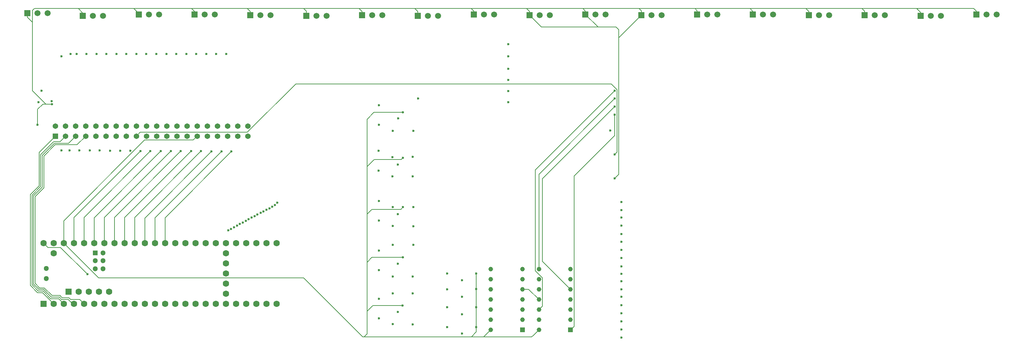
<source format=gbr>
%TF.GenerationSoftware,KiCad,Pcbnew,8.0.3-1.fc40*%
%TF.CreationDate,2024-06-20T14:07:13-04:00*%
%TF.ProjectId,sensor_bar_unified_muxing_1,73656e73-6f72-45f6-9261-725f756e6966,rev?*%
%TF.SameCoordinates,Original*%
%TF.FileFunction,Copper,L2,Inr*%
%TF.FilePolarity,Positive*%
%FSLAX46Y46*%
G04 Gerber Fmt 4.6, Leading zero omitted, Abs format (unit mm)*
G04 Created by KiCad (PCBNEW 8.0.3-1.fc40) date 2024-06-20 14:07:13*
%MOMM*%
%LPD*%
G01*
G04 APERTURE LIST*
%TA.AperFunction,ComponentPad*%
%ADD10R,1.500000X1.500000*%
%TD*%
%TA.AperFunction,ComponentPad*%
%ADD11C,1.500000*%
%TD*%
%TA.AperFunction,ComponentPad*%
%ADD12R,1.170000X1.170000*%
%TD*%
%TA.AperFunction,ComponentPad*%
%ADD13C,1.170000*%
%TD*%
%TA.AperFunction,ComponentPad*%
%ADD14R,1.370000X1.370000*%
%TD*%
%TA.AperFunction,ComponentPad*%
%ADD15C,1.370000*%
%TD*%
%TA.AperFunction,ComponentPad*%
%ADD16R,1.600000X1.600000*%
%TD*%
%TA.AperFunction,ComponentPad*%
%ADD17C,1.600000*%
%TD*%
%TA.AperFunction,ComponentPad*%
%ADD18R,1.300000X1.300000*%
%TD*%
%TA.AperFunction,ComponentPad*%
%ADD19C,1.300000*%
%TD*%
%TA.AperFunction,ViaPad*%
%ADD20C,0.600000*%
%TD*%
%TA.AperFunction,Conductor*%
%ADD21C,0.200000*%
%TD*%
G04 APERTURE END LIST*
D10*
%TO.N,Net-(BOARDSEL_CMP1-VCC)*%
%TO.C,U16*%
X221340000Y-18385000D03*
D11*
%TO.N,GND*%
X223880000Y-18385000D03*
%TO.N,Net-(JP11-B)*%
X226420000Y-18385000D03*
%TD*%
D12*
%TO.N,Net-(BOARDSEL_CMP1-1Y)*%
%TO.C,BOARDSEL_ENABLE1*%
X149560000Y-97305000D03*
D13*
%TO.N,Net-(BOARDSEL_CMP1-2Y)*%
X149560000Y-94765000D03*
%TO.N,N/C*%
X149560000Y-92225000D03*
%TO.N,Net-(BOARDSEL_CMP1-3Y)*%
X149560000Y-89685000D03*
%TO.N,Net-(BOARDSEL_CMP1-4Y)*%
X149560000Y-87145000D03*
%TO.N,Net-(BOARDSEL_ENABLE1-1Y)*%
X149560000Y-84605000D03*
%TO.N,GND*%
X149560000Y-82065000D03*
%TO.N,unconnected-(BOARDSEL_ENABLE1-2Y-Pad8)*%
X141620000Y-82065000D03*
%TO.N,unconnected-(BOARDSEL_ENABLE1-2A-Pad9)*%
X141620000Y-84605000D03*
%TO.N,unconnected-(BOARDSEL_ENABLE1-2B-Pad10)*%
X141620000Y-87145000D03*
%TO.N,N/C*%
X141620000Y-89685000D03*
%TO.N,unconnected-(BOARDSEL_ENABLE1-2C-Pad12)*%
X141620000Y-92225000D03*
%TO.N,unconnected-(BOARDSEL_ENABLE1-2D-Pad13)*%
X141620000Y-94765000D03*
%TO.N,Net-(BOARDSEL_CMP1-VCC)*%
X141620000Y-97305000D03*
%TD*%
D10*
%TO.N,Net-(BOARDSEL_CMP1-VCC)*%
%TO.C,U13*%
X179340000Y-18345000D03*
D11*
%TO.N,GND*%
X181880000Y-18345000D03*
%TO.N,Net-(JP14-B)*%
X184420000Y-18345000D03*
%TD*%
D10*
%TO.N,Net-(BOARDSEL_CMP1-VCC)*%
%TO.C,U15*%
X207340000Y-18185000D03*
D11*
%TO.N,GND*%
X209880000Y-18185000D03*
%TO.N,Net-(JP12-B)*%
X212420000Y-18185000D03*
%TD*%
D10*
%TO.N,Net-(BOARDSEL_CMP1-VCC)*%
%TO.C,U9*%
X123340000Y-18485000D03*
D11*
%TO.N,GND*%
X125880000Y-18485000D03*
%TO.N,Net-(JP18-B)*%
X128420000Y-18485000D03*
%TD*%
D10*
%TO.N,Net-(BOARDSEL_CMP1-VCC)*%
%TO.C,U19*%
X263340000Y-18185000D03*
D11*
%TO.N,GND*%
X265880000Y-18185000D03*
%TO.N,Net-(JP26-B)*%
X268420000Y-18185000D03*
%TD*%
D10*
%TO.N,Net-(BOARDSEL_CMP1-VCC)*%
%TO.C,U10*%
X137340000Y-18185000D03*
D11*
%TO.N,GND*%
X139880000Y-18185000D03*
%TO.N,Net-(JP17-B)*%
X142420000Y-18185000D03*
%TD*%
D10*
%TO.N,Net-(BOARDSEL_CMP1-VCC)*%
%TO.C,U7*%
X95340000Y-18485000D03*
D11*
%TO.N,GND*%
X97880000Y-18485000D03*
%TO.N,Net-(JP20-B)*%
X100420000Y-18485000D03*
%TD*%
D10*
%TO.N,Net-(BOARDSEL_CMP1-VCC)*%
%TO.C,U11*%
X151340000Y-18345000D03*
D11*
%TO.N,GND*%
X153880000Y-18345000D03*
%TO.N,Net-(JP16-B)*%
X156420000Y-18345000D03*
%TD*%
D10*
%TO.N,Net-(BOARDSEL_CMP1-VCC)*%
%TO.C,U8*%
X109340000Y-18385000D03*
D11*
%TO.N,GND*%
X111880000Y-18385000D03*
%TO.N,Net-(JP19-B)*%
X114420000Y-18385000D03*
%TD*%
D10*
%TO.N,Net-(BOARDSEL_CMP1-VCC)*%
%TO.C,U6*%
X81340000Y-18345000D03*
D11*
%TO.N,GND*%
X83880000Y-18345000D03*
%TO.N,Net-(JP21-B)*%
X86420000Y-18345000D03*
%TD*%
D10*
%TO.N,Net-(BOARDSEL_CMP1-VCC)*%
%TO.C,U17*%
X235340000Y-18385000D03*
D11*
%TO.N,GND*%
X237880000Y-18385000D03*
%TO.N,Net-(JP10-B)*%
X240420000Y-18385000D03*
%TD*%
D10*
%TO.N,Net-(BOARDSEL_CMP1-VCC)*%
%TO.C,U18*%
X249340000Y-18485000D03*
D11*
%TO.N,GND*%
X251880000Y-18485000D03*
%TO.N,Net-(JP25-B)*%
X254420000Y-18485000D03*
%TD*%
D10*
%TO.N,Net-(BOARDSEL_CMP1-VCC)*%
%TO.C,U12*%
X165340000Y-18145000D03*
D11*
%TO.N,GND*%
X167880000Y-18145000D03*
%TO.N,Net-(JP15-B)*%
X170420000Y-18145000D03*
%TD*%
D10*
%TO.N,Net-(BOARDSEL_CMP1-VCC)*%
%TO.C,U3*%
X39340000Y-18545000D03*
D11*
%TO.N,GND*%
X41880000Y-18545000D03*
%TO.N,Net-(JP46-B)*%
X44420000Y-18545000D03*
%TD*%
D10*
%TO.N,Net-(BOARDSEL_CMP1-VCC)*%
%TO.C,U5*%
X67340000Y-18145000D03*
D11*
%TO.N,GND*%
X69880000Y-18145000D03*
%TO.N,Net-(JP22-B)*%
X72420000Y-18145000D03*
%TD*%
D10*
%TO.N,Net-(BOARDSEL_CMP1-VCC)*%
%TO.C,U2*%
X25440000Y-17845000D03*
D11*
%TO.N,GND*%
X27980000Y-17845000D03*
%TO.N,Net-(JP47-B)*%
X30520000Y-17845000D03*
%TD*%
D14*
%TO.N,Net-(BOARDSEL_CMP1-1A)*%
%TO.C,interboard connect*%
X32440000Y-48725000D03*
D15*
%TO.N,Net-(DG452_0-S_1)*%
X32440000Y-46185000D03*
%TO.N,Net-(BOARDSEL_CMP1-2A)*%
X34980000Y-48725000D03*
%TO.N,Net-(DG452_0-D_4)*%
X34980000Y-46185000D03*
%TO.N,Net-(BOARDSEL_CMP1-3A)*%
X37520000Y-48725000D03*
%TO.N,Net-(DG452_0-S_2)*%
X37520000Y-46185000D03*
%TO.N,Net-(BOARDSEL_CMP1-4A)*%
X40060000Y-48725000D03*
%TO.N,Net-(DG452_0-D_3)*%
X40060000Y-46185000D03*
%TO.N,unconnected-(J1-Pad09)*%
X42600000Y-48725000D03*
%TO.N,Net-(DG452_1-S_1)*%
X42600000Y-46185000D03*
%TO.N,unconnected-(J1-Pad11)*%
X45140000Y-48725000D03*
%TO.N,Net-(DG452_1-D_4)*%
X45140000Y-46185000D03*
%TO.N,unconnected-(J1-Pad13)*%
X47680000Y-48725000D03*
%TO.N,Net-(DG452_1-S_2)*%
X47680000Y-46185000D03*
%TO.N,unconnected-(J1-Pad15)*%
X50220000Y-48725000D03*
%TO.N,Net-(DG452_1-D_3)*%
X50220000Y-46185000D03*
%TO.N,Net-(J2-Pin_9)*%
X52760000Y-48725000D03*
%TO.N,Net-(DG452_2-S_1)*%
X52760000Y-46185000D03*
%TO.N,unconnected-(J1-Pad19)*%
X55300000Y-48725000D03*
%TO.N,Net-(DG452_2-D_4)*%
X55300000Y-46185000D03*
%TO.N,unconnected-(J1-Pad21)*%
X57840000Y-48725000D03*
%TO.N,Net-(DG452_2-S_2)*%
X57840000Y-46185000D03*
%TO.N,unconnected-(J1-Pad23)*%
X60380000Y-48725000D03*
%TO.N,Net-(DG452_2-D_3)*%
X60380000Y-46185000D03*
%TO.N,unconnected-(J1-Pad25)*%
X62920000Y-48725000D03*
%TO.N,Net-(DG452_3-S_1)*%
X62920000Y-46185000D03*
%TO.N,unconnected-(J1-Pad27)*%
X65460000Y-48725000D03*
%TO.N,Net-(DG452_3-D_4)*%
X65460000Y-46185000D03*
%TO.N,Net-(BOARDSEL_CMP1-VCC)*%
X68000000Y-48725000D03*
%TO.N,Net-(DG452_3-S_2)*%
X68000000Y-46185000D03*
%TO.N,unconnected-(J1-Pad31)*%
X70540000Y-48725000D03*
%TO.N,Net-(DG452_3-D_3)*%
X70540000Y-46185000D03*
%TO.N,unconnected-(J1-Pad33)*%
X73080000Y-48725000D03*
%TO.N,Net-(DG45_4-S_1)*%
X73080000Y-46185000D03*
%TO.N,unconnected-(J1-Pad35)*%
X75620000Y-48725000D03*
%TO.N,Net-(DG45_4-D_4)*%
X75620000Y-46185000D03*
%TO.N,unconnected-(J1-Pad37)*%
X78160000Y-48725000D03*
%TO.N,unconnected-(J1-Pad38)*%
X78160000Y-46185000D03*
%TO.N,unconnected-(J1-Pad39)*%
X80700000Y-48725000D03*
%TO.N,GND*%
X80700000Y-46185000D03*
%TD*%
D16*
%TO.N,unconnected-(U1-GND-Pad1)*%
%TO.C,U1*%
X29470000Y-90805000D03*
D17*
%TO.N,Net-(BOARDSEL_CMP1-1A)*%
X32010000Y-90805000D03*
%TO.N,Net-(BOARDSEL_CMP1-2A)*%
X34550000Y-90805000D03*
%TO.N,Net-(BOARDSEL_CMP1-3A)*%
X37090000Y-90805000D03*
%TO.N,Net-(BOARDSEL_CMP1-4A)*%
X39630000Y-90805000D03*
%TO.N,unconnected-(U1-4_BCLK2-Pad6)*%
X42170000Y-90805000D03*
%TO.N,unconnected-(U1-5_IN2-Pad7)*%
X44710000Y-90805000D03*
%TO.N,unconnected-(U1-6_OUT1D-Pad8)*%
X47250000Y-90805000D03*
%TO.N,unconnected-(U1-7_RX2_OUT1A-Pad9)*%
X49790000Y-90805000D03*
%TO.N,unconnected-(U1-8_TX2_IN1-Pad10)*%
X52330000Y-90805000D03*
%TO.N,unconnected-(U1-9_OUT1C-Pad11)*%
X54870000Y-90805000D03*
%TO.N,unconnected-(U1-10_CS_MQSR-Pad12)*%
X57410000Y-90805000D03*
%TO.N,unconnected-(U1-11_MOSI_CTX1-Pad13)*%
X59950000Y-90805000D03*
%TO.N,unconnected-(U1-12_MISO_MQSL-Pad14)*%
X62490000Y-90805000D03*
%TO.N,unconnected-(U1-3V3-Pad15)*%
X65030000Y-90805000D03*
%TO.N,Net-(DG452_0-S_1)*%
X67570000Y-90805000D03*
%TO.N,Net-(DG452_0-D_4)*%
X70110000Y-90805000D03*
%TO.N,Net-(DG452_0-S_2)*%
X72650000Y-90805000D03*
%TO.N,Net-(DG452_0-D_3)*%
X75190000Y-90805000D03*
%TO.N,unconnected-(U1-28_RX7-Pad20)*%
X77730000Y-90805000D03*
%TO.N,unconnected-(U1-29_TX7-Pad21)*%
X80270000Y-90805000D03*
%TO.N,unconnected-(U1-30_CRX3-Pad22)*%
X82810000Y-90805000D03*
%TO.N,unconnected-(U1-31_CTX3-Pad23)*%
X85350000Y-90805000D03*
%TO.N,unconnected-(U1-32_OUT1B-Pad24)*%
X87890000Y-90805000D03*
%TO.N,unconnected-(U1-33_MCLK2-Pad25)*%
X87890000Y-75565000D03*
%TO.N,unconnected-(U1-34_RX8-Pad26)*%
X85350000Y-75565000D03*
%TO.N,unconnected-(U1-35_TX8-Pad27)*%
X82810000Y-75565000D03*
%TO.N,unconnected-(U1-36_CS-Pad28)*%
X80270000Y-75565000D03*
%TO.N,unconnected-(U1-37_CS-Pad29)*%
X77730000Y-75565000D03*
%TO.N,Net-(DG452_1-D_3)*%
X75190000Y-75565000D03*
%TO.N,Net-(DG452_1-S_2)*%
X72650000Y-75565000D03*
%TO.N,Net-(DG452_1-D_4)*%
X70110000Y-75565000D03*
%TO.N,Net-(DG452_1-S_1)*%
X67570000Y-75565000D03*
%TO.N,unconnected-(U1-GND-Pad34)*%
X65030000Y-75565000D03*
%TO.N,unconnected-(U1-13_SCK_LED-Pad35)*%
X62490000Y-75565000D03*
%TO.N,Net-(DG45_4-D_4)*%
X59950000Y-75565000D03*
%TO.N,Net-(DG45_4-S_1)*%
X57410000Y-75565000D03*
%TO.N,Net-(DG452_3-D_3)*%
X54870000Y-75565000D03*
%TO.N,Net-(DG452_3-S_2)*%
X52330000Y-75565000D03*
%TO.N,Net-(DG452_3-D_4)*%
X49790000Y-75565000D03*
%TO.N,Net-(DG452_3-S_1)*%
X47250000Y-75565000D03*
%TO.N,Net-(DG452_2-D_3)*%
X44710000Y-75565000D03*
%TO.N,Net-(DG452_2-S_2)*%
X42170000Y-75565000D03*
%TO.N,Net-(DG452_2-D_4)*%
X39630000Y-75565000D03*
%TO.N,Net-(DG452_2-S_1)*%
X37090000Y-75565000D03*
%TO.N,Net-(BOARDSEL_CMP1-VCC)*%
X34550000Y-75565000D03*
%TO.N,GND*%
X32010000Y-75565000D03*
%TO.N,Net-(JP23-B)*%
X29470000Y-75565000D03*
%TO.N,unconnected-(U1-VUSB-Pad49)*%
X32010000Y-78105000D03*
%TO.N,unconnected-(U1-VBAT-Pad50)*%
X75190000Y-88265000D03*
%TO.N,unconnected-(U1-3V3-Pad51)*%
X75190000Y-85725000D03*
%TO.N,unconnected-(U1-GND-Pad52)*%
X75190000Y-83185000D03*
%TO.N,unconnected-(U1-PROGRAM-Pad53)*%
X75190000Y-80645000D03*
%TO.N,unconnected-(U1-ON_OFF-Pad54)*%
X75190000Y-78105000D03*
D16*
%TO.N,unconnected-(U1-5V-Pad55)*%
X35769200Y-87754200D03*
D17*
%TO.N,unconnected-(U1-D--Pad56)*%
X38309200Y-87754200D03*
%TO.N,unconnected-(U1-D+-Pad57)*%
X40849200Y-87754200D03*
%TO.N,unconnected-(U1-GND-Pad58)*%
X43389200Y-87754200D03*
%TO.N,unconnected-(U1-GND-Pad59)*%
X45929200Y-87754200D03*
D18*
%TO.N,unconnected-(U1-R+-Pad60)*%
X42440000Y-78003400D03*
D19*
%TO.N,unconnected-(U1-LED-Pad61)*%
X42440000Y-80003400D03*
%TO.N,unconnected-(U1-T--Pad62)*%
X42440000Y-82003400D03*
%TO.N,unconnected-(U1-T+-Pad63)*%
X44440000Y-82003400D03*
%TO.N,unconnected-(U1-GND-Pad64)*%
X44440000Y-80003400D03*
%TO.N,unconnected-(U1-R--Pad65)*%
X44440000Y-78003400D03*
%TO.N,unconnected-(U1-D--Pad66)*%
X30200000Y-81915000D03*
%TO.N,unconnected-(U1-D+-Pad67)*%
X30200000Y-84455000D03*
%TD*%
D12*
%TO.N,Net-(BOARDSEL_CMP1-1A)*%
%TO.C,BOARDSEL_CMP1*%
X161620000Y-97345000D03*
D13*
%TO.N,Net-(BOARDSEL_CMP1-1B)*%
X161620000Y-94805000D03*
%TO.N,Net-(BOARDSEL_CMP1-1Y)*%
X161620000Y-92265000D03*
%TO.N,Net-(BOARDSEL_CMP1-2Y)*%
X161620000Y-89725000D03*
%TO.N,Net-(BOARDSEL_CMP1-2A)*%
X161620000Y-87185000D03*
%TO.N,Net-(BOARDSEL_CMP1-2B)*%
X161620000Y-84645000D03*
%TO.N,GND*%
X161620000Y-82105000D03*
%TO.N,Net-(BOARDSEL_CMP1-3A)*%
X153680000Y-82105000D03*
%TO.N,Net-(BOARDSEL_CMP1-3B)*%
X153680000Y-84645000D03*
%TO.N,Net-(BOARDSEL_CMP1-3Y)*%
X153680000Y-87185000D03*
%TO.N,Net-(BOARDSEL_CMP1-4Y)*%
X153680000Y-89725000D03*
%TO.N,Net-(BOARDSEL_CMP1-4A)*%
X153680000Y-92265000D03*
%TO.N,Net-(BOARDSEL_CMP1-4B)*%
X153680000Y-94805000D03*
%TO.N,Net-(BOARDSEL_CMP1-VCC)*%
X153680000Y-97345000D03*
%TD*%
D10*
%TO.N,Net-(BOARDSEL_CMP1-VCC)*%
%TO.C,U14*%
X193340000Y-18185000D03*
D11*
%TO.N,GND*%
X195880000Y-18185000D03*
%TO.N,Net-(JP13-B)*%
X198420000Y-18185000D03*
%TD*%
D10*
%TO.N,Net-(BOARDSEL_CMP1-VCC)*%
%TO.C,U4*%
X53340000Y-18145000D03*
D11*
%TO.N,GND*%
X55880000Y-18145000D03*
%TO.N,Net-(JP45-B)*%
X58420000Y-18145000D03*
%TD*%
D20*
%TO.N,Net-(BOARDSEL_CMP1-3B)*%
X134380000Y-89085000D03*
%TO.N,Net-(BOARDSEL_CMP1-4A)*%
X172680000Y-37285000D03*
%TO.N,Net-(BOARDSEL_CMP1-2A)*%
X172680000Y-41285000D03*
%TO.N,Net-(BOARDSEL_CMP1-4B)*%
X134380000Y-84885000D03*
%TO.N,Net-(BOARDSEL_CMP1-1A)*%
X172680000Y-43285000D03*
%TO.N,Net-(BOARDSEL_CMP1-1B)*%
X134380000Y-98285000D03*
%TO.N,Net-(BOARDSEL_CMP1-2B)*%
X134380000Y-93485000D03*
%TO.N,GND*%
X146000000Y-37400000D03*
X146000000Y-34600000D03*
X28959852Y-37313382D03*
X118300000Y-68335000D03*
X118300000Y-55835000D03*
X146000000Y-31800000D03*
X146000000Y-25600000D03*
X118300000Y-92835000D03*
X171580000Y-47285000D03*
X118400000Y-44235000D03*
X146000000Y-28700000D03*
X130680000Y-91685000D03*
X118300000Y-80735000D03*
X130680000Y-83185000D03*
X130680000Y-96685000D03*
X130680000Y-87185000D03*
X146000000Y-40200000D03*
X31573235Y-39926765D03*
%TO.N,Net-(BOARDSEL_CMP1-VCC)*%
X31600910Y-40726288D03*
X119500000Y-91235000D03*
X172680000Y-59285000D03*
X137980000Y-83185000D03*
X119600000Y-42735000D03*
X137980000Y-87085000D03*
X137980000Y-96685000D03*
X119600000Y-54135000D03*
X137980000Y-91685000D03*
X119600000Y-79135000D03*
X28000000Y-45900000D03*
X119600000Y-66535000D03*
%TO.N,Net-(BOARDSEL_CMP1-3A)*%
X172680000Y-39285000D03*
%TO.N,Net-(BOARDSEL_ENABLE1-1Y)*%
X113580000Y-40985000D03*
X113580000Y-89585000D03*
X123380000Y-39285000D03*
X113480000Y-57385000D03*
X113580000Y-82385000D03*
X113580000Y-64985000D03*
X113580000Y-77485000D03*
X113480000Y-52385000D03*
X113580000Y-69885000D03*
X113580000Y-94485000D03*
X113580000Y-45885000D03*
%TO.N,Net-(DG45_4-S_1)*%
X87480000Y-65985000D03*
X174380000Y-67285000D03*
X117080000Y-47385000D03*
X74080000Y-52585000D03*
%TO.N,Net-(DG45_4-D_4)*%
X88080000Y-65385000D03*
X76580000Y-52585000D03*
X174380000Y-65285000D03*
X122180000Y-47385000D03*
%TO.N,Net-(DG452_0-D_3)*%
X77980000Y-71185000D03*
X41080000Y-52285000D03*
X122080000Y-88185000D03*
X174380000Y-93185000D03*
%TO.N,Net-(DG452_0-D_4)*%
X76484322Y-71985000D03*
X122080000Y-95985000D03*
X35980000Y-52285000D03*
X174380000Y-97285000D03*
%TO.N,Net-(DG452_0-S_1)*%
X33980000Y-52285000D03*
X174380000Y-99285000D03*
X117080000Y-95885000D03*
X75780000Y-72385000D03*
%TO.N,Net-(DG452_0-S_2)*%
X38480000Y-52285000D03*
X117080000Y-88185000D03*
X174380000Y-95185000D03*
X77279997Y-71585000D03*
%TO.N,Net-(DG452_1-D_4)*%
X79410853Y-70385000D03*
X122080000Y-83985000D03*
X46180000Y-52385000D03*
X174380000Y-89085000D03*
%TO.N,Net-(DG452_1-S_1)*%
X117080000Y-83985000D03*
X174380000Y-91185000D03*
X43580000Y-52285000D03*
X78710850Y-70785000D03*
%TO.N,Net-(DG452_1-S_2)*%
X174380000Y-87185000D03*
X48680000Y-52385000D03*
X80210239Y-70032000D03*
X117080000Y-75985000D03*
%TO.N,Net-(DG452_1-D_3)*%
X80873710Y-69585000D03*
X122180000Y-75985000D03*
X51280000Y-52385000D03*
X174380000Y-85185000D03*
%TO.N,Net-(DG452_2-D_3)*%
X122180000Y-66485000D03*
X83928856Y-67985000D03*
X61380000Y-52485000D03*
X174380000Y-77285000D03*
%TO.N,Net-(DG452_2-S_2)*%
X174380000Y-79285000D03*
X117080000Y-66485000D03*
X83128853Y-68385000D03*
X58880000Y-52485000D03*
%TO.N,Net-(DG452_2-D_4)*%
X56280000Y-52485000D03*
X82390558Y-68785000D03*
X174380000Y-81385000D03*
X122180000Y-71385000D03*
%TO.N,Net-(DG452_2-S_1)*%
X53780000Y-52485000D03*
X174380000Y-83285000D03*
X81645669Y-69185000D03*
X117080000Y-71285000D03*
%TO.N,Net-(DG452_3-S_2)*%
X86149499Y-66888263D03*
X68980000Y-52485000D03*
X116980000Y-53985000D03*
X174380000Y-71185000D03*
%TO.N,Net-(DG452_3-D_3)*%
X122080000Y-53885000D03*
X86817278Y-66447722D03*
X174380000Y-69185000D03*
X71580000Y-52585000D03*
%TO.N,Net-(DG452_3-D_4)*%
X122080000Y-58785000D03*
X174380000Y-73285000D03*
X85364651Y-67185000D03*
X66480000Y-52485000D03*
%TO.N,Net-(DG452_3-S_1)*%
X116980000Y-58785000D03*
X174380000Y-75285000D03*
X63880000Y-52485000D03*
X84632310Y-67585000D03*
%TO.N,Net-(JP10-B)*%
X70280000Y-28085000D03*
%TO.N,Net-(JP11-B)*%
X67780000Y-28085000D03*
%TO.N,Net-(JP12-B)*%
X65280000Y-28085000D03*
%TO.N,Net-(JP13-B)*%
X62780000Y-28085000D03*
%TO.N,Net-(JP14-B)*%
X60280000Y-28085000D03*
%TO.N,Net-(JP15-B)*%
X57780000Y-28085000D03*
%TO.N,Net-(JP16-B)*%
X55280000Y-28085000D03*
%TO.N,Net-(JP17-B)*%
X52780000Y-28085000D03*
%TO.N,Net-(JP18-B)*%
X50280000Y-28085000D03*
%TO.N,Net-(JP19-B)*%
X47780000Y-28085000D03*
%TO.N,Net-(JP20-B)*%
X45280000Y-28085000D03*
%TO.N,Net-(JP21-B)*%
X42780000Y-28085000D03*
%TO.N,Net-(JP22-B)*%
X40280000Y-28085000D03*
%TO.N,Net-(JP23-B)*%
X40500000Y-83400000D03*
%TO.N,Net-(JP45-B)*%
X37780000Y-28085000D03*
%TO.N,Net-(JP46-B)*%
X36280000Y-28085000D03*
%TO.N,Net-(JP47-B)*%
X34025000Y-28685000D03*
%TO.N,Net-(J2-Pin_9)*%
X172680000Y-53285000D03*
X28200000Y-40200000D03*
%TO.N,Net-(JP25-B)*%
X72780000Y-28085000D03*
%TO.N,Net-(JP26-B)*%
X75280000Y-28085000D03*
%TD*%
D21*
%TO.N,Net-(BOARDSEL_CMP1-4A)*%
X35854885Y-89305000D02*
X36257442Y-89707557D01*
X31649214Y-88747157D02*
X33623529Y-88747157D01*
X172680000Y-37285000D02*
X152795000Y-57170000D01*
X154565000Y-84270000D02*
X154565000Y-91380000D01*
X152795000Y-82500000D02*
X154565000Y-84270000D01*
X32411372Y-50885000D02*
X29570000Y-53726372D01*
X38530000Y-89705000D02*
X39630000Y-90805000D01*
X34181372Y-89305000D02*
X35854885Y-89305000D01*
X154565000Y-91380000D02*
X153680000Y-92265000D01*
X27380000Y-85687942D02*
X28494215Y-86802157D01*
X29704214Y-86802157D02*
X31649214Y-88747157D01*
X29570000Y-61692058D02*
X29335685Y-61926372D01*
X33857843Y-88981472D02*
X34181372Y-89305000D01*
X36259999Y-89705000D02*
X38530000Y-89705000D01*
X28494215Y-86802157D02*
X29704214Y-86802157D01*
X28900000Y-62362058D02*
X27380000Y-63882058D01*
X40060000Y-48725000D02*
X37900000Y-50885000D01*
X27380000Y-63882058D02*
X27380000Y-85687942D01*
X29570000Y-53726372D02*
X29570000Y-61692058D01*
X37900000Y-50885000D02*
X32411372Y-50885000D01*
X29335685Y-61926372D02*
X28900000Y-62362058D01*
X33623529Y-88747157D02*
X33857843Y-88981472D01*
X36257442Y-89707557D02*
X36259999Y-89705000D01*
X152795000Y-57170000D02*
X152795000Y-82500000D01*
%TO.N,Net-(BOARDSEL_CMP1-2A)*%
X28770000Y-61360686D02*
X26580000Y-63550686D01*
X26580000Y-63550686D02*
X26580000Y-86019314D01*
X33620000Y-50085000D02*
X32080000Y-50085000D01*
X34980000Y-48725000D02*
X33620000Y-50085000D01*
X26580000Y-86019314D02*
X28162843Y-87602157D01*
X154565000Y-80130000D02*
X161620000Y-87185000D01*
X172680000Y-41285000D02*
X154565000Y-59400000D01*
X154565000Y-59400000D02*
X154565000Y-80130000D01*
X32080000Y-50085000D02*
X28770000Y-53395000D01*
X28770000Y-53395000D02*
X28770000Y-61360686D01*
X28162843Y-87602157D02*
X29372842Y-87602157D01*
X31317842Y-89547157D02*
X33292157Y-89547157D01*
X29372842Y-87602157D02*
X31317842Y-89547157D01*
X33292157Y-89547157D02*
X34550000Y-90805000D01*
%TO.N,Net-(BOARDSEL_CMP1-1A)*%
X28370000Y-52795000D02*
X28370000Y-61195000D01*
X162505000Y-96460000D02*
X161620000Y-97345000D01*
X26180000Y-86185000D02*
X27997157Y-88002157D01*
X28370000Y-61195000D02*
X26180000Y-63385000D01*
X172680000Y-48585000D02*
X162505000Y-58760000D01*
X27997157Y-88002157D02*
X29207157Y-88002157D01*
X26180000Y-63385000D02*
X26180000Y-86185000D01*
X29207157Y-88002157D02*
X32010000Y-90805000D01*
X172680000Y-43285000D02*
X172680000Y-48585000D01*
X32440000Y-48725000D02*
X28370000Y-52795000D01*
X162505000Y-58760000D02*
X162505000Y-96460000D01*
%TO.N,Net-(BOARDSEL_CMP1-4Y)*%
X151100000Y-87145000D02*
X153680000Y-89725000D01*
X149560000Y-87145000D02*
X151100000Y-87145000D01*
%TO.N,GND*%
X118300000Y-44335000D02*
X118400000Y-44235000D01*
%TO.N,Net-(BOARDSEL_CMP1-VCC)*%
X26680000Y-19450000D02*
X26680000Y-20185000D01*
X179340000Y-17245000D02*
X178780000Y-16685000D01*
X94689200Y-84294200D02*
X43279200Y-84294200D01*
X122580000Y-16685000D02*
X136180000Y-16685000D01*
X119600000Y-79135000D02*
X111830000Y-79135000D01*
X110580000Y-92685000D02*
X110580000Y-98385000D01*
X248530000Y-16835000D02*
X248680000Y-16685000D01*
X139680000Y-99085000D02*
X151880000Y-99085000D01*
X34550000Y-75565000D02*
X34550000Y-69963529D01*
X111830000Y-79135000D02*
X110580000Y-80385000D01*
X26680000Y-27185000D02*
X26680000Y-26885000D01*
X164680000Y-16685000D02*
X178180000Y-16685000D01*
X27180000Y-16685000D02*
X38180000Y-16685000D01*
X30200000Y-40700000D02*
X31574622Y-40700000D01*
X38180000Y-16685000D02*
X39340000Y-17845000D01*
X136180000Y-16685000D02*
X136680000Y-16685000D01*
X221340000Y-17445000D02*
X220580000Y-16685000D01*
X123340000Y-17445000D02*
X122580000Y-16685000D01*
X139840000Y-99085000D02*
X139680000Y-99085000D01*
X151880000Y-99085000D02*
X152080000Y-98885000D01*
X168480000Y-21285000D02*
X165340000Y-18145000D01*
X29300000Y-40700000D02*
X30200000Y-40700000D01*
X123340000Y-18485000D02*
X123340000Y-17445000D01*
X112030000Y-91235000D02*
X110580000Y-92685000D01*
X67340000Y-17445000D02*
X66580000Y-16685000D01*
X192780000Y-16685000D02*
X205680000Y-16685000D01*
X152080000Y-98885000D02*
X152140000Y-98885000D01*
X119600000Y-42735000D02*
X112330000Y-42735000D01*
X220580000Y-16685000D02*
X234180000Y-16685000D01*
X137980000Y-87085000D02*
X137980000Y-83185000D01*
X168680000Y-21285000D02*
X168480000Y-21285000D01*
X164180000Y-16685000D02*
X164680000Y-16685000D01*
X26680000Y-20085000D02*
X25440000Y-18845000D01*
X66580000Y-16685000D02*
X79680000Y-16685000D01*
X248280000Y-16685000D02*
X248680000Y-16685000D01*
X205680000Y-16685000D02*
X206580000Y-16685000D01*
X165340000Y-18145000D02*
X165340000Y-17345000D01*
X39340000Y-17845000D02*
X39340000Y-18545000D01*
X79680000Y-16685000D02*
X80580000Y-16685000D01*
X263340000Y-18185000D02*
X263340000Y-17365000D01*
X119600000Y-66535000D02*
X119050000Y-67085000D01*
X235340000Y-17345000D02*
X234680000Y-16685000D01*
X38180000Y-16685000D02*
X51680000Y-16685000D01*
X168680000Y-21285000D02*
X154280000Y-21285000D01*
X178480000Y-16685000D02*
X191680000Y-16685000D01*
X141620000Y-97305000D02*
X139840000Y-99085000D01*
X152140000Y-98885000D02*
X153680000Y-97345000D01*
X67340000Y-18145000D02*
X67340000Y-17445000D01*
X119150000Y-54585000D02*
X112380000Y-54585000D01*
X94680000Y-16685000D02*
X108180000Y-16685000D01*
X165340000Y-17345000D02*
X164680000Y-16685000D01*
X172980000Y-21285000D02*
X168680000Y-21285000D01*
X137980000Y-97885000D02*
X137980000Y-87085000D01*
X110580000Y-80385000D02*
X110580000Y-92685000D01*
X31574622Y-40700000D02*
X31600910Y-40726288D01*
X136780000Y-99085000D02*
X137980000Y-97885000D01*
X193340000Y-17245000D02*
X192780000Y-16685000D01*
X108180000Y-16685000D02*
X108580000Y-16685000D01*
X112380000Y-54585000D02*
X110580000Y-56385000D01*
X81340000Y-17445000D02*
X80580000Y-16685000D01*
X249340000Y-17645000D02*
X248530000Y-16835000D01*
X137340000Y-17345000D02*
X136680000Y-16685000D01*
X221340000Y-18385000D02*
X221340000Y-17445000D01*
X110580000Y-56385000D02*
X110580000Y-68285000D01*
X109880000Y-99085000D02*
X109480000Y-99085000D01*
X235180000Y-16685000D02*
X248280000Y-16685000D01*
X53340000Y-17885000D02*
X52210000Y-16755000D01*
X26680000Y-37280000D02*
X26680000Y-26885000D01*
X193340000Y-18185000D02*
X193340000Y-17245000D01*
X95340000Y-17345000D02*
X94680000Y-16685000D01*
X207340000Y-18185000D02*
X207340000Y-17445000D01*
X26680000Y-17185000D02*
X27180000Y-16685000D01*
X206580000Y-16685000D02*
X219680000Y-16685000D01*
X52140000Y-16685000D02*
X51680000Y-16685000D01*
X53340000Y-18145000D02*
X53340000Y-17885000D01*
X154280000Y-21285000D02*
X151340000Y-18345000D01*
X28000000Y-45900000D02*
X28000000Y-42000000D01*
X80580000Y-16685000D02*
X94180000Y-16685000D01*
X110580000Y-44485000D02*
X110580000Y-56385000D01*
X119050000Y-67085000D02*
X111780000Y-67085000D01*
X54803529Y-49710000D02*
X67015000Y-49710000D01*
X122180000Y-16685000D02*
X122580000Y-16685000D01*
X136780000Y-99085000D02*
X139680000Y-99085000D01*
X234180000Y-16685000D02*
X234680000Y-16685000D01*
X66180000Y-16685000D02*
X66580000Y-16685000D01*
X219680000Y-16685000D02*
X220580000Y-16685000D01*
X111780000Y-67085000D02*
X110580000Y-68285000D01*
X26680000Y-37280000D02*
X30100000Y-40700000D01*
X191680000Y-16685000D02*
X192780000Y-16685000D01*
X119500000Y-91235000D02*
X112030000Y-91235000D01*
X95340000Y-18485000D02*
X95340000Y-17345000D01*
X178180000Y-16685000D02*
X178480000Y-16685000D01*
X67015000Y-49710000D02*
X68000000Y-48725000D01*
X30100000Y-40700000D02*
X30200000Y-40700000D01*
X43279200Y-84294200D02*
X34550000Y-75565000D01*
X263340000Y-17365000D02*
X262660000Y-16685000D01*
X110580000Y-98385000D02*
X109880000Y-99085000D01*
X136680000Y-16685000D02*
X150180000Y-16685000D01*
X173680000Y-58285000D02*
X173680000Y-24005000D01*
X248380000Y-16685000D02*
X248280000Y-16685000D01*
X151340000Y-17445000D02*
X150580000Y-16685000D01*
X110580000Y-68285000D02*
X110580000Y-80385000D01*
X109480000Y-99085000D02*
X94689200Y-84294200D01*
X248530000Y-16835000D02*
X248380000Y-16685000D01*
X94180000Y-16685000D02*
X94680000Y-16685000D01*
X26680000Y-26885000D02*
X26680000Y-17185000D01*
X137340000Y-18185000D02*
X137340000Y-17345000D01*
X25440000Y-18845000D02*
X25440000Y-17845000D01*
X109340000Y-17445000D02*
X108580000Y-16685000D01*
X262660000Y-16685000D02*
X248680000Y-16685000D01*
X173680000Y-21985000D02*
X172980000Y-21285000D01*
X34550000Y-69963529D02*
X54803529Y-49710000D01*
X119600000Y-54135000D02*
X119150000Y-54585000D01*
X81340000Y-18345000D02*
X81340000Y-17445000D01*
X151340000Y-18345000D02*
X151340000Y-17445000D01*
X119500000Y-42835000D02*
X119600000Y-42735000D01*
X173680000Y-24005000D02*
X173680000Y-21985000D01*
X178780000Y-16685000D02*
X178480000Y-16685000D01*
X235340000Y-18385000D02*
X235340000Y-17345000D01*
X51680000Y-16685000D02*
X66180000Y-16685000D01*
X150180000Y-16685000D02*
X150580000Y-16685000D01*
X108580000Y-16685000D02*
X122180000Y-16685000D01*
X26680000Y-20185000D02*
X26680000Y-20085000D01*
X173680000Y-24005000D02*
X179340000Y-18345000D01*
X109340000Y-18385000D02*
X109340000Y-17445000D01*
X150580000Y-16685000D02*
X164180000Y-16685000D01*
X109480000Y-99085000D02*
X136780000Y-99085000D01*
X207340000Y-17445000D02*
X206580000Y-16685000D01*
X172680000Y-59285000D02*
X173680000Y-58285000D01*
X52210000Y-16755000D02*
X52140000Y-16685000D01*
X249340000Y-18485000D02*
X249340000Y-17645000D01*
X234680000Y-16685000D02*
X235180000Y-16685000D01*
X26680000Y-20185000D02*
X26680000Y-27185000D01*
X112330000Y-42735000D02*
X110580000Y-44485000D01*
X179340000Y-18345000D02*
X179340000Y-17245000D01*
X28000000Y-42000000D02*
X29300000Y-40700000D01*
%TO.N,Net-(BOARDSEL_CMP1-3A)*%
X35689200Y-89705000D02*
X34015686Y-89705000D01*
X31483528Y-89147157D02*
X29538528Y-87202157D01*
X37090000Y-90805000D02*
X36789200Y-90805000D01*
X32245686Y-50485000D02*
X35760000Y-50485000D01*
X29170000Y-61526372D02*
X29170000Y-53560686D01*
X153680000Y-58285000D02*
X172680000Y-39285000D01*
X26980000Y-85853628D02*
X26980000Y-63716372D01*
X34015686Y-89705000D02*
X33457843Y-89147157D01*
X26980000Y-63716372D02*
X29170000Y-61526372D01*
X29170000Y-53560686D02*
X32245686Y-50485000D01*
X36789200Y-90805000D02*
X35689200Y-89705000D01*
X153680000Y-82105000D02*
X153680000Y-58285000D01*
X29538528Y-87202157D02*
X28328529Y-87202157D01*
X33457843Y-89147157D02*
X31483528Y-89147157D01*
X35760000Y-50485000D02*
X37520000Y-48725000D01*
X28328529Y-87202157D02*
X26980000Y-85853628D01*
%TO.N,Net-(DG45_4-S_1)*%
X74080000Y-52585000D02*
X57410000Y-69255000D01*
X57410000Y-69255000D02*
X57410000Y-75565000D01*
%TO.N,Net-(DG45_4-D_4)*%
X59950000Y-69215000D02*
X59950000Y-75565000D01*
X76580000Y-52585000D02*
X59950000Y-69215000D01*
%TO.N,Net-(DG452_2-D_3)*%
X61380000Y-52485000D02*
X44710000Y-69155000D01*
X44710000Y-69155000D02*
X44710000Y-75565000D01*
%TO.N,Net-(DG452_2-S_2)*%
X58880000Y-52485000D02*
X42170000Y-69195000D01*
X42170000Y-69195000D02*
X42170000Y-75565000D01*
%TO.N,Net-(DG452_2-D_4)*%
X56280000Y-52485000D02*
X39630000Y-69135000D01*
X39630000Y-69135000D02*
X39630000Y-75565000D01*
%TO.N,Net-(DG452_2-S_1)*%
X37090000Y-69175000D02*
X37090000Y-75565000D01*
X53780000Y-52485000D02*
X37090000Y-69175000D01*
%TO.N,Net-(DG452_3-S_2)*%
X68980000Y-52485000D02*
X52330000Y-69135000D01*
X52330000Y-69135000D02*
X52330000Y-75565000D01*
%TO.N,Net-(DG452_3-D_3)*%
X71580000Y-52585000D02*
X54870000Y-69295000D01*
X54870000Y-69295000D02*
X54870000Y-75565000D01*
%TO.N,Net-(DG452_3-D_4)*%
X49790000Y-69175000D02*
X49790000Y-75565000D01*
X66480000Y-52485000D02*
X49790000Y-69175000D01*
%TO.N,Net-(DG452_3-S_1)*%
X47250000Y-69115000D02*
X47250000Y-75565000D01*
X63880000Y-52485000D02*
X47250000Y-69115000D01*
%TO.N,Net-(JP23-B)*%
X30570000Y-76665000D02*
X29470000Y-75565000D01*
X40500000Y-83400000D02*
X33765000Y-76665000D01*
X33765000Y-76665000D02*
X30570000Y-76665000D01*
%TO.N,Net-(J2-Pin_9)*%
X173280000Y-52685000D02*
X173280000Y-37036471D01*
X172680000Y-53285000D02*
X173280000Y-52685000D01*
X173280000Y-37036471D02*
X171828529Y-35585000D01*
X92735000Y-35585000D02*
X80580000Y-47740000D01*
X171828529Y-35585000D02*
X92735000Y-35585000D01*
X53745000Y-47740000D02*
X52760000Y-48725000D01*
X80580000Y-47740000D02*
X53745000Y-47740000D01*
%TD*%
M02*

</source>
